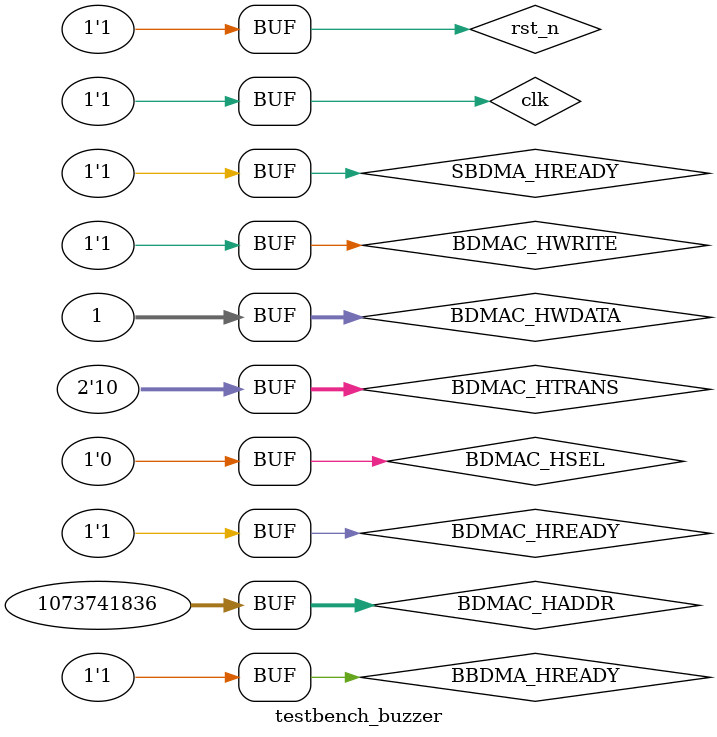
<source format=v>
`timescale 1ps/1ps
module testbench_buzzer();

    reg clk,rst_n,BBDMA_HREADY;
    reg BDMAC_HSEL,BDMAC_HREADY;
    reg[31:0] BDMAC_HADDR,BDMAC_HWDATA;
    reg[1:0] BDMAC_HTRANS;
    reg BDMAC_HWRITE;
    reg[31:0] BBDMA_HRDATA;
    wire PWM;
    wire[31:0] BBDMA_HADDR,SBDMA_HADDR;

    reg[31:0] SBDMA_HRDATA;
    reg SBDMA_HREADY;

    Buzzer #(.isSim(1)) Buzzer(
        .clk(clk),
        .rst_n(rst_n),

        .BDMAC_HSEL(BDMAC_HSEL),
        .BDMAC_HREADY(BDMAC_HREADY),
        .BDMAC_HADDR(BDMAC_HADDR),
        .BDMAC_HTRANS(BDMAC_HTRANS),
        .BDMAC_HWRITE(BDMAC_HWRITE),
        .BDMAC_HWDATA(BDMAC_HWDATA),

        .SBDMA_HRDATA(SBDMA_HRDATA),
        .SBDMA_HREADY(SBDMA_HREADY),
        .SBDMA_HADDR(SBDMA_HADDR),

        .BBDMA_HRDATA(BBDMA_HRDATA),
        .BBDMA_HREADY(BBDMA_HREADY),
        .BBDMA_HADDR(BBDMA_HADDR),

        .PWM(PWM)
    );

    always begin
        clk = 1'b0;
        #5;
        clk = 1'b1;
        #5;
    end

    initial begin
        rst_n = 0;

        BDMAC_HSEL = 0;
        BDMAC_HREADY = 0;
        BDMAC_HADDR = 0;
        BDMAC_HTRANS = 0;
        BDMAC_HWRITE = 0;
        BDMAC_HWDATA = 0;

        BBDMA_HREADY = 0;
        SBDMA_HREADY = 0;
        #10;
        rst_n = 1;

        BDMAC_HSEL = 1;
        BDMAC_HREADY = 1;
        BDMAC_HADDR = 32'h4000_0000;
        BDMAC_HTRANS = 2'b10;
        BDMAC_HWRITE = 1;
        BDMAC_HWDATA = 32'h0;

        BBDMA_HREADY = 1;
        SBDMA_HREADY = 1;

        #10;

        BDMAC_HSEL = 1;
        BDMAC_HREADY = 1;
        BDMAC_HADDR = 32'h4000_0004;
        BDMAC_HTRANS = 2'b10;
        BDMAC_HWRITE = 1;
        BDMAC_HWDATA = 32'h0000_0000;

        #10;

        BDMAC_HSEL = 0;
        BDMAC_HREADY = 1;
        BDMAC_HADDR = 32'h4000_0004;
        BDMAC_HTRANS = 2'b10;
        BDMAC_HWRITE = 1;
        BDMAC_HWDATA = 32'h0000_0002;

        #1400000;

        BDMAC_HSEL = 1;
        BDMAC_HREADY = 1;
        BDMAC_HADDR = 32'h4000_0004;
        BDMAC_HTRANS = 2'b10;
        BDMAC_HWRITE = 1;
        BDMAC_HWDATA = 32'h0000_0002;

        #10;

        BDMAC_HSEL = 0;
        BDMAC_HREADY = 1;
        BDMAC_HADDR = 32'h4000_0004;
        BDMAC_HTRANS = 2'b10;
        BDMAC_HWRITE = 1;
        BDMAC_HWDATA = 32'h0000_0003;

        #1400000;

        BDMAC_HSEL = 1;
        BDMAC_HREADY = 1;
        BDMAC_HADDR = 32'h4000_0004;
        BDMAC_HTRANS = 2'b10;
        BDMAC_HWRITE = 1;
        BDMAC_HWDATA = 32'h0000_0002;

        #10;

        BDMAC_HSEL = 0;
        BDMAC_HREADY = 1;
        BDMAC_HADDR = 32'h4000_0004;
        BDMAC_HTRANS = 2'b10;
        BDMAC_HWRITE = 1;
        BDMAC_HWDATA = 32'h0000_0002;

        #10000000;

        BDMAC_HSEL = 1;
        BDMAC_HREADY = 1;
        BDMAC_HADDR = 32'h4000_0008;
        BDMAC_HTRANS = 2'b10;
        BDMAC_HWRITE = 1;
        BDMAC_HWDATA = 32'h0000_0000;

        #10;

        BDMAC_HSEL = 1;
        BDMAC_HREADY = 1;
        BDMAC_HADDR = 32'h4000_000c;
        BDMAC_HTRANS = 2'b10;
        BDMAC_HWRITE = 1;
        BDMAC_HWDATA = 32'h0000_0000;

        #10;

        BDMAC_HSEL = 0;
        BDMAC_HREADY = 1;
        BDMAC_HADDR = 32'h4000_000c;
        BDMAC_HTRANS = 2'b10;
        BDMAC_HWRITE = 1;
        BDMAC_HWDATA = 32'h0000_0001;


    end

    always @(BBDMA_HADDR) begin
        case(BBDMA_HADDR)
            32'h0000_0000: BBDMA_HRDATA = 32'h0000_0163;
            32'h0000_0002: BBDMA_HRDATA = 32'h0000_0213;
            32'h0000_0004: BBDMA_HRDATA = 32'h0000_0233;
            32'h0000_0006: BBDMA_HRDATA = 32'h0000_0313;
            32'h0000_0008: BBDMA_HRDATA = 32'h0000_0000;
            default:BBDMA_HRDATA = 32'h0000_0213;
        endcase
    end

    always @(SBDMA_HADDR) begin
        case(SBDMA_HADDR)
            32'h0000_0000: SBDMA_HRDATA = 32'h0000_0162;
            default:SBDMA_HRDATA = 32'h0000_0000;
        endcase
    end

endmodule
</source>
